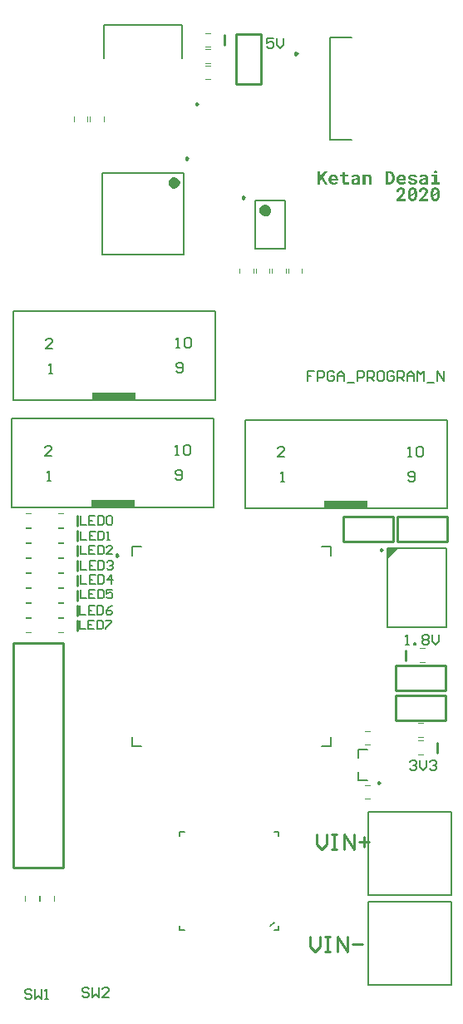
<source format=gto>
G04*
G04 #@! TF.GenerationSoftware,Altium Limited,Altium Designer,20.0.13 (296)*
G04*
G04 Layer_Color=65535*
%FSLAX25Y25*%
%MOIN*%
G70*
G01*
G75*
%ADD10C,0.00394*%
%ADD11C,0.01000*%
%ADD12C,0.00984*%
%ADD13C,0.02362*%
%ADD14C,0.00394*%
%ADD15C,0.00787*%
%ADD16C,0.00600*%
%ADD17C,0.00700*%
%ADD18R,0.17717X0.03150*%
G36*
X156626Y183811D02*
X152689Y179874D01*
Y183811D01*
X156626D01*
D02*
G37*
G36*
X171983Y335141D02*
X172048Y335132D01*
X172113Y335114D01*
X172187Y335086D01*
X172251Y335049D01*
X172316Y334994D01*
X172325Y334984D01*
X172344Y334966D01*
X172371Y334938D01*
X172399Y334892D01*
X172427Y334836D01*
X172455Y334771D01*
X172473Y334688D01*
X172483Y334605D01*
Y334596D01*
Y334568D01*
X172473Y334522D01*
X172464Y334466D01*
X172445Y334401D01*
X172408Y334337D01*
X172371Y334272D01*
X172316Y334207D01*
X172307Y334198D01*
X172288Y334189D01*
X172251Y334161D01*
X172205Y334133D01*
X172140Y334105D01*
X172066Y334087D01*
X171983Y334068D01*
X171890Y334059D01*
X171872D01*
X171807Y334068D01*
X171724Y334078D01*
X171641Y334096D01*
X171622Y334105D01*
X171576Y334124D01*
X171520Y334161D01*
X171456Y334207D01*
X171447Y334216D01*
X171409Y334254D01*
X171372Y334309D01*
X171335Y334383D01*
Y334392D01*
X171326Y334401D01*
X171317Y334448D01*
X171308Y334522D01*
X171299Y334605D01*
Y334614D01*
Y334624D01*
X171308Y334679D01*
X171317Y334753D01*
X171335Y334827D01*
Y334836D01*
X171345Y334845D01*
X171372Y334882D01*
X171409Y334938D01*
X171456Y334994D01*
X171474Y335003D01*
X171511Y335040D01*
X171567Y335068D01*
X171641Y335104D01*
X171650D01*
X171659Y335114D01*
X171715Y335132D01*
X171789Y335141D01*
X171890Y335151D01*
X171937D01*
X171983Y335141D01*
D02*
G37*
G36*
X145084Y333643D02*
X145167Y333634D01*
X145260Y333615D01*
X145454Y333560D01*
X145463D01*
X145500Y333541D01*
X145546Y333523D01*
X145602Y333495D01*
X145676Y333458D01*
X145750Y333412D01*
X145824Y333347D01*
X145889Y333282D01*
X145898Y333273D01*
X145916Y333245D01*
X145954Y333208D01*
X145991Y333143D01*
X146037Y333079D01*
X146092Y332986D01*
X146139Y332894D01*
X146176Y332783D01*
X146185Y332773D01*
X146194Y332727D01*
X146212Y332663D01*
X146231Y332579D01*
X146249Y332468D01*
X146259Y332339D01*
X146277Y332200D01*
Y332043D01*
Y329582D01*
X145250D01*
Y332024D01*
Y332033D01*
Y332061D01*
Y332107D01*
X145241Y332163D01*
X145232Y332293D01*
X145195Y332413D01*
Y332422D01*
X145186Y332440D01*
X145176Y332468D01*
X145158Y332505D01*
X145103Y332579D01*
X145038Y332653D01*
X145019Y332672D01*
X144973Y332709D01*
X144899Y332746D01*
X144797Y332783D01*
X144788D01*
X144770Y332792D01*
X144742D01*
X144705Y332801D01*
X144603Y332810D01*
X144483Y332820D01*
X144437D01*
X144390Y332810D01*
X144335D01*
X144187Y332773D01*
X144113Y332746D01*
X144039Y332709D01*
X144029D01*
X144011Y332690D01*
X143974Y332663D01*
X143928Y332635D01*
X143835Y332542D01*
X143734Y332422D01*
Y329582D01*
X142707D01*
Y333578D01*
X143641D01*
X143696Y333023D01*
X143706Y333032D01*
X143734Y333069D01*
X143780Y333125D01*
X143844Y333199D01*
X143919Y333273D01*
X144011Y333347D01*
X144113Y333421D01*
X144224Y333486D01*
X144242Y333495D01*
X144279Y333513D01*
X144344Y333541D01*
X144427Y333569D01*
X144520Y333597D01*
X144640Y333625D01*
X144760Y333643D01*
X144899Y333652D01*
X145010D01*
X145084Y333643D01*
D02*
G37*
G36*
X126797Y332579D02*
X128674Y329582D01*
X127435D01*
X126103Y331793D01*
X125539Y331164D01*
Y329582D01*
X124494D01*
Y334966D01*
X125539D01*
Y332496D01*
X126029Y333153D01*
X127333Y334966D01*
X128610D01*
X126797Y332579D01*
D02*
G37*
G36*
X162798Y333643D02*
X162899D01*
X163020Y333625D01*
X163140Y333606D01*
X163269Y333588D01*
X163399Y333551D01*
X163417D01*
X163454Y333532D01*
X163519Y333513D01*
X163593Y333486D01*
X163686Y333449D01*
X163778Y333402D01*
X163871Y333347D01*
X163963Y333282D01*
X163972Y333273D01*
X164000Y333255D01*
X164047Y333218D01*
X164093Y333171D01*
X164148Y333106D01*
X164213Y333042D01*
X164269Y332959D01*
X164315Y332875D01*
X164324Y332866D01*
X164333Y332838D01*
X164352Y332792D01*
X164380Y332727D01*
X164398Y332653D01*
X164417Y332561D01*
X164426Y332468D01*
X164435Y332366D01*
X163408D01*
Y332376D01*
Y332403D01*
X163399Y332450D01*
X163381Y332505D01*
X163362Y332561D01*
X163325Y332626D01*
X163279Y332690D01*
X163214Y332755D01*
X163205Y332764D01*
X163177Y332783D01*
X163140Y332801D01*
X163075Y332838D01*
X162992Y332866D01*
X162899Y332885D01*
X162779Y332903D01*
X162650Y332912D01*
X162594D01*
X162530Y332903D01*
X162446Y332894D01*
X162270Y332857D01*
X162178Y332829D01*
X162104Y332783D01*
X162095Y332773D01*
X162076Y332764D01*
X162048Y332727D01*
X162012Y332690D01*
X161947Y332589D01*
X161928Y332533D01*
X161919Y332459D01*
Y332440D01*
X161928Y332403D01*
X161937Y332357D01*
X161956Y332293D01*
X161965Y332283D01*
X161984Y332246D01*
X162030Y332200D01*
X162085Y332154D01*
X162095D01*
X162104Y332144D01*
X162160Y332117D01*
X162233Y332080D01*
X162345Y332043D01*
X162354D01*
X162372Y332033D01*
X162409Y332024D01*
X162455Y332015D01*
X162520Y332006D01*
X162594Y331987D01*
X162668Y331978D01*
X162761Y331960D01*
X162779D01*
X162826Y331950D01*
X162890Y331941D01*
X162983Y331923D01*
X163084Y331895D01*
X163196Y331876D01*
X163436Y331811D01*
X163454D01*
X163491Y331793D01*
X163547Y331774D01*
X163621Y331747D01*
X163704Y331710D01*
X163797Y331673D01*
X163972Y331571D01*
X163982Y331562D01*
X164009Y331543D01*
X164047Y331516D01*
X164102Y331469D01*
X164157Y331414D01*
X164213Y331358D01*
X164324Y331210D01*
X164333Y331201D01*
X164342Y331173D01*
X164361Y331127D01*
X164389Y331071D01*
X164417Y330997D01*
X164435Y330914D01*
X164444Y330822D01*
X164453Y330720D01*
Y330711D01*
Y330674D01*
X164444Y330627D01*
X164435Y330563D01*
X164426Y330480D01*
X164398Y330396D01*
X164370Y330313D01*
X164324Y330230D01*
X164315Y330221D01*
X164296Y330193D01*
X164269Y330147D01*
X164232Y330100D01*
X164176Y330035D01*
X164120Y329971D01*
X164047Y329906D01*
X163963Y329841D01*
X163954Y329832D01*
X163926Y329814D01*
X163871Y329786D01*
X163806Y329749D01*
X163723Y329712D01*
X163630Y329665D01*
X163519Y329628D01*
X163399Y329591D01*
X163381D01*
X163344Y329582D01*
X163269Y329564D01*
X163177Y329555D01*
X163066Y329536D01*
X162946Y329518D01*
X162798Y329508D01*
X162576D01*
X162493Y329518D01*
X162381Y329527D01*
X162261Y329536D01*
X162122Y329555D01*
X161984Y329582D01*
X161854Y329619D01*
X161836Y329628D01*
X161799Y329638D01*
X161734Y329665D01*
X161651Y329702D01*
X161558Y329749D01*
X161466Y329795D01*
X161364Y329860D01*
X161272Y329925D01*
X161262Y329934D01*
X161234Y329961D01*
X161188Y329998D01*
X161142Y330054D01*
X161086Y330119D01*
X161022Y330193D01*
X160966Y330276D01*
X160920Y330359D01*
X160911Y330368D01*
X160901Y330405D01*
X160883Y330452D01*
X160864Y330507D01*
X160837Y330581D01*
X160818Y330664D01*
X160809Y330757D01*
X160800Y330850D01*
X161780D01*
Y330840D01*
Y330822D01*
X161790Y330794D01*
X161799Y330748D01*
X161817Y330655D01*
X161864Y330563D01*
X161882Y330544D01*
X161919Y330498D01*
X161984Y330443D01*
X162067Y330378D01*
X162076D01*
X162085Y330368D01*
X162113Y330350D01*
X162150Y330341D01*
X162243Y330304D01*
X162354Y330267D01*
X162381D01*
X162409Y330258D01*
X162455D01*
X162557Y330248D01*
X162678Y330239D01*
X162742D01*
X162807Y330248D01*
X162890Y330258D01*
X163075Y330294D01*
X163168Y330322D01*
X163251Y330359D01*
X163260Y330368D01*
X163279Y330378D01*
X163316Y330405D01*
X163353Y330443D01*
X163390Y330489D01*
X163427Y330544D01*
X163445Y330609D01*
X163454Y330674D01*
Y330692D01*
X163445Y330729D01*
X163436Y330775D01*
X163408Y330831D01*
X163399Y330840D01*
X163381Y330877D01*
X163334Y330924D01*
X163260Y330970D01*
X163251D01*
X163242Y330979D01*
X163214Y330997D01*
X163186Y331007D01*
X163084Y331044D01*
X162964Y331081D01*
X162955D01*
X162936Y331090D01*
X162890Y331099D01*
X162844Y331118D01*
X162779Y331127D01*
X162696Y331146D01*
X162613Y331164D01*
X162511Y331183D01*
X162493D01*
X162455Y331192D01*
X162381Y331210D01*
X162298Y331229D01*
X162197Y331257D01*
X162085Y331284D01*
X161864Y331358D01*
X161854Y331367D01*
X161817Y331377D01*
X161762Y331404D01*
X161697Y331432D01*
X161614Y331469D01*
X161530Y331516D01*
X161364Y331617D01*
X161355Y331627D01*
X161327Y331645D01*
X161290Y331673D01*
X161244Y331719D01*
X161142Y331821D01*
X161040Y331960D01*
Y331969D01*
X161022Y331996D01*
X161003Y332033D01*
X160985Y332089D01*
X160966Y332163D01*
X160948Y332237D01*
X160939Y332320D01*
X160929Y332413D01*
Y332422D01*
Y332459D01*
X160939Y332505D01*
X160948Y332570D01*
X160957Y332635D01*
X160985Y332718D01*
X161012Y332801D01*
X161049Y332885D01*
X161059Y332894D01*
X161068Y332922D01*
X161096Y332968D01*
X161142Y333023D01*
X161188Y333088D01*
X161244Y333153D01*
X161318Y333218D01*
X161392Y333282D01*
X161401Y333292D01*
X161429Y333310D01*
X161475Y333347D01*
X161540Y333384D01*
X161623Y333421D01*
X161715Y333467D01*
X161817Y333513D01*
X161928Y333551D01*
X161947Y333560D01*
X161984Y333569D01*
X162048Y333588D01*
X162141Y333606D01*
X162243Y333625D01*
X162372Y333634D01*
X162502Y333652D01*
X162724D01*
X162798Y333643D01*
D02*
G37*
G36*
X172408Y330415D02*
X173491D01*
Y329582D01*
X170226D01*
Y330415D01*
X171372D01*
Y332736D01*
X170226D01*
Y333578D01*
X172408D01*
Y330415D01*
D02*
G37*
G36*
X167312Y333643D02*
X167413Y333634D01*
X167534Y333615D01*
X167765Y333560D01*
X167783D01*
X167821Y333541D01*
X167876Y333523D01*
X167950Y333495D01*
X168033Y333458D01*
X168126Y333412D01*
X168311Y333301D01*
X168320Y333292D01*
X168348Y333273D01*
X168394Y333227D01*
X168440Y333180D01*
X168505Y333116D01*
X168561Y333042D01*
X168616Y332949D01*
X168672Y332857D01*
X168681Y332847D01*
X168690Y332810D01*
X168709Y332755D01*
X168736Y332681D01*
X168764Y332598D01*
X168782Y332496D01*
X168792Y332376D01*
X168801Y332256D01*
Y330535D01*
Y330517D01*
Y330480D01*
Y330424D01*
X168810Y330350D01*
Y330258D01*
X168819Y330174D01*
X168829Y330082D01*
X168838Y329998D01*
Y329989D01*
X168847Y329961D01*
X168857Y329925D01*
X168875Y329878D01*
X168912Y329758D01*
X168958Y329638D01*
Y329582D01*
X167913D01*
X167904Y329591D01*
X167894Y329628D01*
X167867Y329684D01*
X167848Y329749D01*
Y329767D01*
X167839Y329814D01*
X167830Y329878D01*
X167811Y329952D01*
X167793Y329934D01*
X167756Y329897D01*
X167691Y329841D01*
X167608Y329777D01*
X167598D01*
X167589Y329767D01*
X167534Y329730D01*
X167460Y329684D01*
X167358Y329638D01*
X167349D01*
X167340Y329628D01*
X167312Y329619D01*
X167275Y329610D01*
X167182Y329573D01*
X167062Y329545D01*
X167053D01*
X167034Y329536D01*
X167007D01*
X166960Y329527D01*
X166849Y329518D01*
X166720Y329508D01*
X166664D01*
X166609Y329518D01*
X166535D01*
X166442Y329527D01*
X166350Y329545D01*
X166146Y329591D01*
X166137D01*
X166109Y329610D01*
X166054Y329628D01*
X165998Y329656D01*
X165859Y329739D01*
X165711Y329841D01*
X165702Y329851D01*
X165684Y329869D01*
X165647Y329906D01*
X165610Y329952D01*
X165554Y330008D01*
X165508Y330072D01*
X165416Y330221D01*
Y330230D01*
X165397Y330258D01*
X165388Y330304D01*
X165369Y330368D01*
X165351Y330433D01*
X165332Y330517D01*
X165323Y330609D01*
X165314Y330701D01*
Y330711D01*
Y330729D01*
Y330766D01*
X165323Y330803D01*
X165332Y330859D01*
X165341Y330914D01*
X165369Y331062D01*
X165425Y331220D01*
X165517Y331377D01*
X165563Y331460D01*
X165628Y331534D01*
X165702Y331608D01*
X165786Y331673D01*
X165795D01*
X165804Y331691D01*
X165832Y331710D01*
X165878Y331728D01*
X165924Y331756D01*
X165989Y331784D01*
X166054Y331811D01*
X166137Y331849D01*
X166229Y331886D01*
X166340Y331913D01*
X166452Y331941D01*
X166581Y331969D01*
X166720Y331996D01*
X166868Y332006D01*
X167034Y332024D01*
X167774D01*
Y332256D01*
Y332265D01*
Y332302D01*
X167765Y332357D01*
X167746Y332422D01*
X167728Y332496D01*
X167691Y332579D01*
X167645Y332653D01*
X167580Y332718D01*
X167571Y332727D01*
X167543Y332746D01*
X167506Y332773D01*
X167441Y332801D01*
X167367Y332829D01*
X167275Y332857D01*
X167164Y332875D01*
X167034Y332885D01*
X166979D01*
X166923Y332875D01*
X166858Y332866D01*
X166785Y332847D01*
X166710Y332829D01*
X166637Y332792D01*
X166572Y332746D01*
X166562Y332736D01*
X166553Y332718D01*
X166525Y332690D01*
X166507Y332653D01*
X166479Y332598D01*
X166452Y332542D01*
X166442Y332468D01*
X166433Y332385D01*
X165406D01*
Y332394D01*
Y332431D01*
X165416Y332477D01*
X165425Y332542D01*
X165434Y332616D01*
X165453Y332699D01*
X165480Y332792D01*
X165517Y332875D01*
X165526Y332885D01*
X165536Y332912D01*
X165563Y332959D01*
X165601Y333014D01*
X165647Y333079D01*
X165702Y333143D01*
X165767Y333208D01*
X165841Y333273D01*
X165850Y333282D01*
X165878Y333301D01*
X165924Y333338D01*
X165989Y333375D01*
X166072Y333421D01*
X166165Y333467D01*
X166267Y333513D01*
X166377Y333551D01*
X166396Y333560D01*
X166433Y333569D01*
X166498Y333588D01*
X166581Y333606D01*
X166692Y333625D01*
X166812Y333634D01*
X166942Y333652D01*
X167219D01*
X167312Y333643D01*
D02*
G37*
G36*
X153316Y334957D02*
X153446Y334947D01*
X153594Y334920D01*
X153761Y334892D01*
X153927Y334845D01*
X154094Y334781D01*
X154103D01*
X154112Y334771D01*
X154167Y334744D01*
X154251Y334707D01*
X154352Y334651D01*
X154464Y334577D01*
X154593Y334485D01*
X154713Y334383D01*
X154833Y334263D01*
X154852Y334244D01*
X154889Y334207D01*
X154945Y334133D01*
X155009Y334041D01*
X155093Y333930D01*
X155166Y333800D01*
X155250Y333652D01*
X155315Y333486D01*
Y333476D01*
X155324Y333467D01*
X155333Y333439D01*
X155342Y333402D01*
X155370Y333310D01*
X155398Y333190D01*
X155426Y333042D01*
X155453Y332875D01*
X155472Y332690D01*
X155481Y332487D01*
Y332043D01*
Y332033D01*
Y332015D01*
Y331987D01*
Y331950D01*
X155472Y331849D01*
X155463Y331710D01*
X155444Y331562D01*
X155407Y331395D01*
X155370Y331220D01*
X155315Y331044D01*
Y331034D01*
X155305Y331025D01*
X155287Y330970D01*
X155250Y330887D01*
X155194Y330775D01*
X155130Y330655D01*
X155046Y330526D01*
X154954Y330396D01*
X154843Y330267D01*
X154833Y330248D01*
X154787Y330211D01*
X154722Y330156D01*
X154639Y330082D01*
X154528Y329998D01*
X154408Y329915D01*
X154269Y329832D01*
X154112Y329758D01*
X154094Y329749D01*
X154038Y329730D01*
X153955Y329702D01*
X153834Y329675D01*
X153696Y329638D01*
X153539Y329610D01*
X153363Y329591D01*
X153178Y329582D01*
X151725D01*
Y334966D01*
X153215D01*
X153316Y334957D01*
D02*
G37*
G36*
X140061Y333643D02*
X140163Y333634D01*
X140283Y333615D01*
X140515Y333560D01*
X140533D01*
X140570Y333541D01*
X140626Y333523D01*
X140700Y333495D01*
X140783Y333458D01*
X140875Y333412D01*
X141060Y333301D01*
X141069Y333292D01*
X141097Y333273D01*
X141144Y333227D01*
X141190Y333180D01*
X141254Y333116D01*
X141310Y333042D01*
X141366Y332949D01*
X141421Y332857D01*
X141430Y332847D01*
X141439Y332810D01*
X141458Y332755D01*
X141486Y332681D01*
X141514Y332598D01*
X141532Y332496D01*
X141541Y332376D01*
X141551Y332256D01*
Y330535D01*
Y330517D01*
Y330480D01*
Y330424D01*
X141560Y330350D01*
Y330258D01*
X141569Y330174D01*
X141578Y330082D01*
X141587Y329998D01*
Y329989D01*
X141597Y329961D01*
X141606Y329925D01*
X141624Y329878D01*
X141662Y329758D01*
X141708Y329638D01*
Y329582D01*
X140663D01*
X140653Y329591D01*
X140644Y329628D01*
X140616Y329684D01*
X140598Y329749D01*
Y329767D01*
X140588Y329814D01*
X140579Y329878D01*
X140561Y329952D01*
X140542Y329934D01*
X140505Y329897D01*
X140440Y329841D01*
X140357Y329777D01*
X140348D01*
X140339Y329767D01*
X140283Y329730D01*
X140209Y329684D01*
X140108Y329638D01*
X140098D01*
X140089Y329628D01*
X140061Y329619D01*
X140024Y329610D01*
X139932Y329573D01*
X139812Y329545D01*
X139802D01*
X139784Y329536D01*
X139756D01*
X139710Y329527D01*
X139599Y329518D01*
X139469Y329508D01*
X139414D01*
X139358Y329518D01*
X139284D01*
X139192Y329527D01*
X139099Y329545D01*
X138896Y329591D01*
X138886D01*
X138859Y329610D01*
X138803Y329628D01*
X138748Y329656D01*
X138609Y329739D01*
X138461Y329841D01*
X138452Y329851D01*
X138433Y329869D01*
X138396Y329906D01*
X138359Y329952D01*
X138304Y330008D01*
X138258Y330072D01*
X138165Y330220D01*
Y330230D01*
X138146Y330258D01*
X138137Y330304D01*
X138119Y330368D01*
X138100Y330433D01*
X138082Y330516D01*
X138073Y330609D01*
X138063Y330701D01*
Y330711D01*
Y330729D01*
Y330766D01*
X138073Y330803D01*
X138082Y330859D01*
X138091Y330914D01*
X138119Y331062D01*
X138174Y331220D01*
X138267Y331377D01*
X138313Y331460D01*
X138378Y331534D01*
X138452Y331608D01*
X138535Y331673D01*
X138544D01*
X138554Y331691D01*
X138581Y331710D01*
X138628Y331728D01*
X138674Y331756D01*
X138739Y331784D01*
X138803Y331811D01*
X138886Y331849D01*
X138979Y331885D01*
X139090Y331913D01*
X139201Y331941D01*
X139330Y331969D01*
X139469Y331996D01*
X139617Y332006D01*
X139784Y332024D01*
X140524Y332024D01*
Y332256D01*
Y332265D01*
Y332302D01*
X140515Y332357D01*
X140496Y332422D01*
X140478Y332496D01*
X140440Y332579D01*
X140394Y332653D01*
X140330Y332718D01*
X140320Y332727D01*
X140293Y332746D01*
X140255Y332773D01*
X140191Y332801D01*
X140117Y332829D01*
X140024Y332857D01*
X139913Y332875D01*
X139784Y332885D01*
X139728D01*
X139673Y332875D01*
X139608Y332866D01*
X139534Y332847D01*
X139460Y332829D01*
X139386Y332792D01*
X139321Y332746D01*
X139312Y332736D01*
X139303Y332718D01*
X139275Y332690D01*
X139257Y332653D01*
X139229Y332598D01*
X139201Y332542D01*
X139192Y332468D01*
X139182Y332385D01*
X138156D01*
Y332394D01*
Y332431D01*
X138165Y332477D01*
X138174Y332542D01*
X138183Y332616D01*
X138202Y332699D01*
X138230Y332792D01*
X138267Y332875D01*
X138276Y332885D01*
X138285Y332912D01*
X138313Y332958D01*
X138350Y333014D01*
X138396Y333079D01*
X138452Y333143D01*
X138516Y333208D01*
X138591Y333273D01*
X138600Y333282D01*
X138628Y333301D01*
X138674Y333338D01*
X138739Y333375D01*
X138822Y333421D01*
X138914Y333467D01*
X139016Y333513D01*
X139127Y333551D01*
X139146Y333560D01*
X139182Y333569D01*
X139247Y333587D01*
X139330Y333606D01*
X139442Y333624D01*
X139562Y333634D01*
X139691Y333652D01*
X139969D01*
X140061Y333643D01*
D02*
G37*
G36*
X158311D02*
X158413Y333634D01*
X158534Y333615D01*
X158663Y333588D01*
X158792Y333551D01*
X158922Y333504D01*
X158940Y333495D01*
X158977Y333476D01*
X159042Y333449D01*
X159125Y333402D01*
X159209Y333347D01*
X159310Y333282D01*
X159403Y333199D01*
X159495Y333106D01*
X159505Y333097D01*
X159532Y333060D01*
X159579Y333005D01*
X159634Y332931D01*
X159690Y332838D01*
X159745Y332736D01*
X159810Y332616D01*
X159856Y332487D01*
X159865Y332468D01*
X159875Y332422D01*
X159893Y332348D01*
X159921Y332256D01*
X159949Y332135D01*
X159967Y331996D01*
X159976Y331849D01*
X159986Y331682D01*
Y331247D01*
X157266D01*
Y331238D01*
X157275Y331210D01*
X157285Y331173D01*
X157294Y331127D01*
X157331Y330997D01*
X157387Y330868D01*
Y330859D01*
X157405Y330840D01*
X157423Y330813D01*
X157451Y330766D01*
X157525Y330674D01*
X157618Y330581D01*
X157627Y330572D01*
X157645Y330563D01*
X157673Y330544D01*
X157710Y330517D01*
X157812Y330452D01*
X157932Y330396D01*
X157941D01*
X157969Y330387D01*
X158006Y330378D01*
X158053Y330368D01*
X158117Y330350D01*
X158182Y330341D01*
X158339Y330331D01*
X158432D01*
X158524Y330341D01*
X158635Y330359D01*
X158644D01*
X158663Y330368D01*
X158691D01*
X158728Y330378D01*
X158820Y330405D01*
X158922Y330443D01*
X158931D01*
X158950Y330452D01*
X158968Y330461D01*
X159005Y330480D01*
X159089Y330526D01*
X159181Y330581D01*
X159190D01*
X159200Y330600D01*
X159255Y330646D01*
X159320Y330711D01*
X159385Y330785D01*
X159903Y330230D01*
Y330221D01*
X159884Y330202D01*
X159865Y330184D01*
X159828Y330147D01*
X159755Y330054D01*
X159643Y329961D01*
X159634Y329952D01*
X159616Y329943D01*
X159588Y329915D01*
X159542Y329888D01*
X159486Y329851D01*
X159431Y329814D01*
X159283Y329730D01*
X159274D01*
X159246Y329712D01*
X159209Y329693D01*
X159153Y329675D01*
X159079Y329647D01*
X159005Y329619D01*
X158820Y329573D01*
X158811D01*
X158774Y329564D01*
X158728Y329555D01*
X158663Y329545D01*
X158580Y329527D01*
X158487Y329518D01*
X158274Y329508D01*
X158201D01*
X158108Y329518D01*
X157997Y329527D01*
X157868Y329545D01*
X157729Y329573D01*
X157581Y329610D01*
X157433Y329656D01*
X157414Y329665D01*
X157368Y329684D01*
X157303Y329721D01*
X157211Y329767D01*
X157109Y329823D01*
X156998Y329888D01*
X156887Y329971D01*
X156785Y330063D01*
X156776Y330072D01*
X156739Y330110D01*
X156693Y330165D01*
X156637Y330239D01*
X156563Y330331D01*
X156499Y330443D01*
X156434Y330554D01*
X156369Y330683D01*
X156360Y330701D01*
X156351Y330748D01*
X156323Y330813D01*
X156295Y330914D01*
X156267Y331025D01*
X156249Y331155D01*
X156230Y331294D01*
X156221Y331441D01*
Y331590D01*
Y331599D01*
Y331608D01*
Y331663D01*
X156230Y331756D01*
X156239Y331867D01*
X156258Y331996D01*
X156277Y332135D01*
X156314Y332274D01*
X156360Y332422D01*
X156369Y332440D01*
X156387Y332487D01*
X156424Y332561D01*
X156471Y332644D01*
X156526Y332746D01*
X156591Y332857D01*
X156674Y332968D01*
X156767Y333069D01*
X156776Y333079D01*
X156813Y333116D01*
X156869Y333162D01*
X156942Y333227D01*
X157026Y333292D01*
X157137Y333366D01*
X157248Y333430D01*
X157377Y333495D01*
X157396Y333504D01*
X157442Y333523D01*
X157516Y333541D01*
X157608Y333578D01*
X157729Y333606D01*
X157858Y333625D01*
X158006Y333643D01*
X158154Y333652D01*
X158228D01*
X158311Y333643D01*
D02*
G37*
G36*
X135510Y333578D02*
X136999D01*
Y332820D01*
X135510D01*
Y331099D01*
Y331090D01*
Y331062D01*
Y331025D01*
X135520Y330979D01*
X135529Y330859D01*
X135556Y330738D01*
Y330729D01*
X135566Y330711D01*
X135593Y330655D01*
X135640Y330572D01*
X135705Y330498D01*
X135723Y330489D01*
X135769Y330452D01*
X135834Y330415D01*
X135926Y330378D01*
X135936D01*
X135954Y330368D01*
X135973D01*
X136010Y330359D01*
X136102Y330350D01*
X136223Y330341D01*
X136371D01*
X136454Y330350D01*
X136472D01*
X136537Y330359D01*
X136611Y330368D01*
X136694Y330378D01*
X136713D01*
X136768Y330387D01*
X136833Y330405D01*
X136907Y330415D01*
X136925D01*
X136962Y330424D01*
X137018Y330443D01*
X137074Y330452D01*
X137175Y329749D01*
X137157Y329739D01*
X137110Y329712D01*
X137027Y329675D01*
X136925Y329638D01*
X136916D01*
X136898Y329628D01*
X136870Y329619D01*
X136833Y329610D01*
X136731Y329591D01*
X136611Y329573D01*
X136583D01*
X136556Y329564D01*
X136509Y329554D01*
X136407Y329545D01*
X136278Y329527D01*
X136250D01*
X136213Y329518D01*
X136167D01*
X136056Y329508D01*
X135880D01*
X135816Y329518D01*
X135732D01*
X135640Y329527D01*
X135538Y329545D01*
X135335Y329591D01*
X135325D01*
X135288Y329610D01*
X135242Y329628D01*
X135177Y329656D01*
X135029Y329739D01*
X134872Y329851D01*
X134863Y329860D01*
X134844Y329887D01*
X134807Y329924D01*
X134770Y329980D01*
X134724Y330045D01*
X134678Y330128D01*
X134632Y330220D01*
X134585Y330322D01*
Y330331D01*
X134567Y330378D01*
X134557Y330433D01*
X134539Y330516D01*
X134520Y330609D01*
X134502Y330729D01*
X134493Y330859D01*
X134484Y330997D01*
Y332820D01*
X133568D01*
Y333578D01*
X134484D01*
Y334559D01*
X135510D01*
Y333578D01*
D02*
G37*
G36*
X131061Y333643D02*
X131163Y333634D01*
X131283Y333615D01*
X131412Y333587D01*
X131542Y333551D01*
X131672Y333504D01*
X131690Y333495D01*
X131727Y333476D01*
X131792Y333449D01*
X131875Y333402D01*
X131958Y333347D01*
X132060Y333282D01*
X132152Y333199D01*
X132245Y333106D01*
X132254Y333097D01*
X132282Y333060D01*
X132328Y333005D01*
X132384Y332931D01*
X132439Y332838D01*
X132495Y332736D01*
X132560Y332616D01*
X132606Y332487D01*
X132615Y332468D01*
X132624Y332422D01*
X132643Y332348D01*
X132670Y332256D01*
X132698Y332135D01*
X132717Y331996D01*
X132726Y331849D01*
X132735Y331682D01*
Y331247D01*
X130016D01*
Y331238D01*
X130025Y331210D01*
X130034Y331173D01*
X130043Y331127D01*
X130080Y330997D01*
X130136Y330868D01*
Y330859D01*
X130155Y330840D01*
X130173Y330812D01*
X130201Y330766D01*
X130275Y330674D01*
X130367Y330581D01*
X130377Y330572D01*
X130395Y330563D01*
X130423Y330544D01*
X130460Y330516D01*
X130561Y330452D01*
X130682Y330396D01*
X130691D01*
X130719Y330387D01*
X130756Y330378D01*
X130802Y330368D01*
X130867Y330350D01*
X130931Y330341D01*
X131089Y330331D01*
X131181D01*
X131274Y330341D01*
X131385Y330359D01*
X131394D01*
X131412Y330368D01*
X131440D01*
X131477Y330378D01*
X131570Y330405D01*
X131672Y330443D01*
X131681D01*
X131699Y330452D01*
X131718Y330461D01*
X131755Y330479D01*
X131838Y330526D01*
X131930Y330581D01*
X131940D01*
X131949Y330600D01*
X132004Y330646D01*
X132069Y330711D01*
X132134Y330785D01*
X132652Y330230D01*
Y330220D01*
X132633Y330202D01*
X132615Y330183D01*
X132578Y330147D01*
X132504Y330054D01*
X132393Y329961D01*
X132384Y329952D01*
X132365Y329943D01*
X132337Y329915D01*
X132291Y329887D01*
X132236Y329851D01*
X132180Y329814D01*
X132032Y329730D01*
X132023D01*
X131995Y329712D01*
X131958Y329693D01*
X131903Y329675D01*
X131829Y329647D01*
X131755Y329619D01*
X131570Y329573D01*
X131561D01*
X131524Y329564D01*
X131477Y329554D01*
X131412Y329545D01*
X131329Y329527D01*
X131237Y329518D01*
X131024Y329508D01*
X130950D01*
X130858Y329518D01*
X130746Y329527D01*
X130617Y329545D01*
X130478Y329573D01*
X130330Y329610D01*
X130182Y329656D01*
X130164Y329665D01*
X130117Y329684D01*
X130053Y329721D01*
X129960Y329767D01*
X129859Y329823D01*
X129747Y329887D01*
X129637Y329971D01*
X129535Y330063D01*
X129525Y330072D01*
X129489Y330110D01*
X129442Y330165D01*
X129387Y330239D01*
X129313Y330331D01*
X129248Y330443D01*
X129183Y330554D01*
X129119Y330683D01*
X129109Y330701D01*
X129100Y330748D01*
X129072Y330812D01*
X129044Y330914D01*
X129017Y331025D01*
X128998Y331155D01*
X128980Y331293D01*
X128971Y331441D01*
Y331589D01*
Y331599D01*
Y331608D01*
Y331663D01*
X128980Y331756D01*
X128989Y331867D01*
X129007Y331996D01*
X129026Y332135D01*
X129063Y332274D01*
X129109Y332422D01*
X129119Y332440D01*
X129137Y332487D01*
X129174Y332561D01*
X129220Y332644D01*
X129276Y332746D01*
X129341Y332857D01*
X129424Y332968D01*
X129516Y333069D01*
X129525Y333079D01*
X129562Y333116D01*
X129618Y333162D01*
X129692Y333227D01*
X129775Y333291D01*
X129886Y333366D01*
X129997Y333430D01*
X130127Y333495D01*
X130145Y333504D01*
X130192Y333523D01*
X130265Y333541D01*
X130358Y333578D01*
X130478Y333606D01*
X130608Y333624D01*
X130756Y333643D01*
X130904Y333652D01*
X130978D01*
X131061Y333643D01*
D02*
G37*
G36*
X167247Y328422D02*
X167340Y328413D01*
X167450Y328404D01*
X167580Y328385D01*
X167700Y328348D01*
X167821Y328311D01*
X167839Y328302D01*
X167876Y328293D01*
X167931Y328265D01*
X168006Y328228D01*
X168098Y328182D01*
X168181Y328126D01*
X168274Y328062D01*
X168357Y327988D01*
X168366Y327978D01*
X168394Y327951D01*
X168431Y327904D01*
X168477Y327849D01*
X168533Y327775D01*
X168588Y327692D01*
X168634Y327599D01*
X168681Y327488D01*
X168690Y327479D01*
X168699Y327442D01*
X168718Y327377D01*
X168736Y327303D01*
X168755Y327210D01*
X168773Y327099D01*
X168792Y326979D01*
Y326850D01*
Y326840D01*
Y326803D01*
Y326757D01*
X168782Y326693D01*
X168773Y326609D01*
X168755Y326526D01*
X168709Y326341D01*
Y326332D01*
X168690Y326304D01*
X168672Y326249D01*
X168644Y326193D01*
X168616Y326119D01*
X168570Y326036D01*
X168468Y325860D01*
X168459Y325851D01*
X168440Y325823D01*
X168403Y325777D01*
X168366Y325712D01*
X168311Y325638D01*
X168246Y325564D01*
X168098Y325379D01*
X168089Y325370D01*
X168061Y325342D01*
X168015Y325287D01*
X167959Y325222D01*
X167885Y325148D01*
X167811Y325064D01*
X167626Y324870D01*
X166609Y323797D01*
X168977D01*
Y322974D01*
X165295D01*
Y323668D01*
X167043Y325546D01*
X167053Y325555D01*
X167080Y325583D01*
X167118Y325629D01*
X167164Y325675D01*
X167275Y325804D01*
X167386Y325943D01*
X167395Y325953D01*
X167413Y325971D01*
X167432Y326008D01*
X167469Y326054D01*
X167534Y326165D01*
X167608Y326276D01*
Y326286D01*
X167626Y326304D01*
X167636Y326332D01*
X167663Y326369D01*
X167700Y326452D01*
X167737Y326554D01*
Y326563D01*
X167746Y326572D01*
X167756Y326637D01*
X167765Y326720D01*
X167774Y326813D01*
Y326822D01*
Y326840D01*
Y326877D01*
X167765Y326915D01*
X167756Y327016D01*
X167719Y327127D01*
Y327136D01*
X167710Y327155D01*
X167682Y327210D01*
X167645Y327294D01*
X167580Y327368D01*
Y327377D01*
X167561Y327386D01*
X167515Y327423D01*
X167441Y327469D01*
X167349Y327516D01*
X167340D01*
X167330Y327525D01*
X167303Y327534D01*
X167265Y327543D01*
X167173Y327562D01*
X167062Y327571D01*
X166988D01*
X166914Y327562D01*
X166822Y327543D01*
X166720Y327516D01*
X166618Y327469D01*
X166516Y327414D01*
X166424Y327331D01*
X166414Y327322D01*
X166396Y327285D01*
X166359Y327238D01*
X166322Y327164D01*
X166285Y327072D01*
X166248Y326961D01*
X166229Y326822D01*
X166220Y326674D01*
X165193D01*
Y326693D01*
Y326739D01*
X165203Y326803D01*
X165212Y326896D01*
X165221Y326998D01*
X165249Y327109D01*
X165277Y327229D01*
X165323Y327349D01*
X165332Y327368D01*
X165351Y327405D01*
X165378Y327460D01*
X165425Y327543D01*
X165480Y327627D01*
X165545Y327729D01*
X165619Y327821D01*
X165711Y327913D01*
X165721Y327923D01*
X165758Y327951D01*
X165813Y327997D01*
X165878Y328052D01*
X165971Y328108D01*
X166072Y328172D01*
X166183Y328237D01*
X166313Y328293D01*
X166331Y328302D01*
X166377Y328311D01*
X166452Y328339D01*
X166544Y328367D01*
X166655Y328385D01*
X166794Y328413D01*
X166942Y328422D01*
X167099Y328432D01*
X167164D01*
X167247Y328422D01*
D02*
G37*
G36*
X158163D02*
X158256Y328413D01*
X158367Y328404D01*
X158496Y328385D01*
X158617Y328348D01*
X158737Y328311D01*
X158756Y328302D01*
X158792Y328293D01*
X158848Y328265D01*
X158922Y328228D01*
X159014Y328182D01*
X159098Y328126D01*
X159190Y328062D01*
X159274Y327988D01*
X159283Y327978D01*
X159310Y327951D01*
X159347Y327904D01*
X159394Y327849D01*
X159449Y327775D01*
X159505Y327692D01*
X159551Y327599D01*
X159597Y327488D01*
X159607Y327479D01*
X159616Y327442D01*
X159634Y327377D01*
X159653Y327303D01*
X159671Y327210D01*
X159690Y327099D01*
X159708Y326979D01*
Y326850D01*
Y326840D01*
Y326803D01*
Y326757D01*
X159699Y326693D01*
X159690Y326609D01*
X159671Y326526D01*
X159625Y326341D01*
Y326332D01*
X159607Y326304D01*
X159588Y326249D01*
X159560Y326193D01*
X159532Y326119D01*
X159486Y326036D01*
X159385Y325860D01*
X159375Y325851D01*
X159357Y325823D01*
X159320Y325777D01*
X159283Y325712D01*
X159227Y325638D01*
X159162Y325564D01*
X159014Y325379D01*
X159005Y325370D01*
X158977Y325342D01*
X158931Y325287D01*
X158876Y325222D01*
X158802Y325148D01*
X158728Y325064D01*
X158543Y324870D01*
X157525Y323797D01*
X159893D01*
Y322974D01*
X156212D01*
Y323668D01*
X157960Y325546D01*
X157969Y325555D01*
X157997Y325583D01*
X158034Y325629D01*
X158080Y325675D01*
X158191Y325804D01*
X158302Y325943D01*
X158311Y325953D01*
X158330Y325971D01*
X158349Y326008D01*
X158386Y326054D01*
X158450Y326165D01*
X158524Y326276D01*
Y326286D01*
X158543Y326304D01*
X158552Y326332D01*
X158580Y326369D01*
X158617Y326452D01*
X158654Y326554D01*
Y326563D01*
X158663Y326572D01*
X158672Y326637D01*
X158681Y326720D01*
X158691Y326813D01*
Y326822D01*
Y326840D01*
Y326877D01*
X158681Y326915D01*
X158672Y327016D01*
X158635Y327127D01*
Y327136D01*
X158626Y327155D01*
X158598Y327210D01*
X158561Y327294D01*
X158496Y327368D01*
Y327377D01*
X158478Y327386D01*
X158432Y327423D01*
X158358Y327469D01*
X158265Y327516D01*
X158256D01*
X158247Y327525D01*
X158219Y327534D01*
X158182Y327543D01*
X158089Y327562D01*
X157978Y327571D01*
X157905D01*
X157831Y327562D01*
X157738Y327543D01*
X157636Y327516D01*
X157535Y327469D01*
X157433Y327414D01*
X157340Y327331D01*
X157331Y327322D01*
X157313Y327285D01*
X157275Y327238D01*
X157238Y327164D01*
X157202Y327072D01*
X157165Y326961D01*
X157146Y326822D01*
X157137Y326674D01*
X156110D01*
Y326693D01*
Y326739D01*
X156119Y326803D01*
X156129Y326896D01*
X156138Y326998D01*
X156166Y327109D01*
X156193Y327229D01*
X156239Y327349D01*
X156249Y327368D01*
X156267Y327405D01*
X156295Y327460D01*
X156341Y327543D01*
X156397Y327627D01*
X156462Y327729D01*
X156535Y327821D01*
X156628Y327913D01*
X156637Y327923D01*
X156674Y327951D01*
X156730Y327997D01*
X156795Y328052D01*
X156887Y328108D01*
X156989Y328172D01*
X157100Y328237D01*
X157229Y328293D01*
X157248Y328302D01*
X157294Y328311D01*
X157368Y328339D01*
X157460Y328367D01*
X157571Y328385D01*
X157710Y328413D01*
X157858Y328422D01*
X158016Y328432D01*
X158080D01*
X158163Y328422D01*
D02*
G37*
G36*
X171890D02*
X171983Y328413D01*
X172103Y328395D01*
X172223Y328376D01*
X172353Y328339D01*
X172473Y328293D01*
X172492Y328284D01*
X172529Y328265D01*
X172584Y328237D01*
X172668Y328191D01*
X172751Y328135D01*
X172843Y328071D01*
X172936Y327988D01*
X173028Y327895D01*
X173038Y327886D01*
X173065Y327849D01*
X173111Y327793D01*
X173158Y327710D01*
X173213Y327618D01*
X173278Y327497D01*
X173334Y327368D01*
X173380Y327229D01*
X173389Y327210D01*
X173398Y327155D01*
X173417Y327072D01*
X173444Y326961D01*
X173463Y326831D01*
X173482Y326674D01*
X173491Y326498D01*
X173500Y326304D01*
Y325018D01*
Y325009D01*
Y325000D01*
Y324972D01*
Y324935D01*
X173491Y324833D01*
X173482Y324713D01*
X173472Y324565D01*
X173454Y324417D01*
X173417Y324260D01*
X173380Y324102D01*
X173371Y324084D01*
X173361Y324038D01*
X173334Y323964D01*
X173287Y323871D01*
X173241Y323769D01*
X173186Y323658D01*
X173111Y323538D01*
X173028Y323436D01*
X173019Y323427D01*
X172991Y323390D01*
X172945Y323344D01*
X172880Y323288D01*
X172797Y323224D01*
X172705Y323150D01*
X172603Y323085D01*
X172483Y323029D01*
X172464Y323020D01*
X172427Y323011D01*
X172362Y322992D01*
X172270Y322965D01*
X172159Y322937D01*
X172038Y322919D01*
X171900Y322909D01*
X171752Y322900D01*
X171687D01*
X171604Y322909D01*
X171511Y322919D01*
X171391Y322928D01*
X171271Y322955D01*
X171141Y322983D01*
X171021Y323029D01*
X171002Y323039D01*
X170966Y323057D01*
X170910Y323085D01*
X170827Y323131D01*
X170744Y323187D01*
X170651Y323261D01*
X170559Y323344D01*
X170466Y323436D01*
X170457Y323446D01*
X170429Y323483D01*
X170392Y323538D01*
X170336Y323622D01*
X170281Y323714D01*
X170226Y323834D01*
X170170Y323964D01*
X170115Y324102D01*
Y324112D01*
X170105Y324121D01*
X170096Y324177D01*
X170078Y324260D01*
X170059Y324371D01*
X170031Y324500D01*
X170013Y324658D01*
X170003Y324833D01*
X169994Y325018D01*
Y326304D01*
Y326313D01*
Y326332D01*
Y326360D01*
Y326396D01*
X170003Y326489D01*
X170013Y326619D01*
X170022Y326757D01*
X170050Y326915D01*
X170078Y327072D01*
X170115Y327229D01*
Y327238D01*
X170124Y327248D01*
X170133Y327294D01*
X170161Y327368D01*
X170207Y327460D01*
X170253Y327571D01*
X170309Y327682D01*
X170383Y327793D01*
X170457Y327895D01*
X170466Y327904D01*
X170494Y327941D01*
X170549Y327988D01*
X170614Y328043D01*
X170697Y328108D01*
X170790Y328172D01*
X170891Y328237D01*
X171012Y328293D01*
X171030Y328302D01*
X171067Y328311D01*
X171132Y328339D01*
X171224Y328367D01*
X171335Y328385D01*
X171456Y328413D01*
X171595Y328422D01*
X171742Y328432D01*
X171807D01*
X171890Y328422D01*
D02*
G37*
G36*
X162807D02*
X162899Y328413D01*
X163020Y328395D01*
X163140Y328376D01*
X163269Y328339D01*
X163390Y328293D01*
X163408Y328284D01*
X163445Y328265D01*
X163501Y328237D01*
X163584Y328191D01*
X163667Y328135D01*
X163760Y328071D01*
X163852Y327988D01*
X163945Y327895D01*
X163954Y327886D01*
X163982Y327849D01*
X164028Y327793D01*
X164074Y327710D01*
X164130Y327618D01*
X164195Y327497D01*
X164250Y327368D01*
X164296Y327229D01*
X164305Y327210D01*
X164315Y327155D01*
X164333Y327072D01*
X164361Y326961D01*
X164380Y326831D01*
X164398Y326674D01*
X164407Y326498D01*
X164417Y326304D01*
Y325018D01*
Y325009D01*
Y325000D01*
Y324972D01*
Y324935D01*
X164407Y324833D01*
X164398Y324713D01*
X164389Y324565D01*
X164370Y324417D01*
X164333Y324260D01*
X164296Y324102D01*
X164287Y324084D01*
X164278Y324038D01*
X164250Y323964D01*
X164204Y323871D01*
X164157Y323769D01*
X164102Y323658D01*
X164028Y323538D01*
X163945Y323436D01*
X163935Y323427D01*
X163908Y323390D01*
X163862Y323344D01*
X163797Y323288D01*
X163714Y323224D01*
X163621Y323150D01*
X163519Y323085D01*
X163399Y323029D01*
X163381Y323020D01*
X163344Y323011D01*
X163279Y322992D01*
X163186Y322965D01*
X163075Y322937D01*
X162955Y322919D01*
X162816Y322909D01*
X162668Y322900D01*
X162603D01*
X162520Y322909D01*
X162428Y322919D01*
X162308Y322928D01*
X162187Y322955D01*
X162058Y322983D01*
X161937Y323029D01*
X161919Y323039D01*
X161882Y323057D01*
X161827Y323085D01*
X161743Y323131D01*
X161660Y323187D01*
X161567Y323261D01*
X161475Y323344D01*
X161382Y323436D01*
X161373Y323446D01*
X161346Y323483D01*
X161309Y323538D01*
X161253Y323622D01*
X161197Y323714D01*
X161142Y323834D01*
X161086Y323964D01*
X161031Y324102D01*
Y324112D01*
X161022Y324121D01*
X161012Y324177D01*
X160994Y324260D01*
X160976Y324371D01*
X160948Y324500D01*
X160929Y324658D01*
X160920Y324833D01*
X160911Y325018D01*
Y326304D01*
Y326313D01*
Y326332D01*
Y326360D01*
Y326396D01*
X160920Y326489D01*
X160929Y326619D01*
X160939Y326757D01*
X160966Y326915D01*
X160994Y327072D01*
X161031Y327229D01*
Y327238D01*
X161040Y327248D01*
X161049Y327294D01*
X161077Y327368D01*
X161124Y327460D01*
X161170Y327571D01*
X161225Y327682D01*
X161299Y327793D01*
X161373Y327895D01*
X161382Y327904D01*
X161410Y327941D01*
X161466Y327988D01*
X161530Y328043D01*
X161614Y328108D01*
X161706Y328172D01*
X161808Y328237D01*
X161928Y328293D01*
X161947Y328302D01*
X161984Y328311D01*
X162048Y328339D01*
X162141Y328367D01*
X162252Y328385D01*
X162372Y328413D01*
X162511Y328422D01*
X162659Y328432D01*
X162724D01*
X162807Y328422D01*
D02*
G37*
%LPC*%
G36*
X167774Y331404D02*
X167164D01*
X167108Y331395D01*
X166970Y331386D01*
X166831Y331358D01*
X166822D01*
X166803Y331349D01*
X166775Y331340D01*
X166738Y331321D01*
X166646Y331284D01*
X166553Y331229D01*
X166535Y331210D01*
X166498Y331173D01*
X166442Y331108D01*
X166396Y331025D01*
Y331016D01*
X166387Y331007D01*
X166377Y330951D01*
X166359Y330877D01*
X166350Y330775D01*
Y330766D01*
Y330738D01*
X166359Y330701D01*
X166368Y330655D01*
X166387Y330600D01*
X166405Y330544D01*
X166442Y330489D01*
X166489Y330433D01*
X166498Y330424D01*
X166516Y330415D01*
X166553Y330387D01*
X166600Y330368D01*
X166664Y330341D01*
X166738Y330313D01*
X166831Y330304D01*
X166932Y330294D01*
X166988D01*
X167025Y330304D01*
X167118Y330313D01*
X167219Y330331D01*
X167228D01*
X167247Y330341D01*
X167303Y330359D01*
X167376Y330387D01*
X167460Y330424D01*
X167469D01*
X167478Y330433D01*
X167525Y330470D01*
X167589Y330507D01*
X167645Y330563D01*
X167663Y330581D01*
X167691Y330618D01*
X167737Y330664D01*
X167774Y330720D01*
Y331404D01*
D02*
G37*
G36*
X153122Y334124D02*
X152780D01*
Y330415D01*
X153224D01*
X153279Y330424D01*
X153354Y330433D01*
X153428Y330443D01*
X153520Y330461D01*
X153603Y330489D01*
X153696Y330526D01*
X153705Y330535D01*
X153733Y330544D01*
X153779Y330572D01*
X153834Y330609D01*
X153890Y330655D01*
X153955Y330701D01*
X154084Y330840D01*
X154094Y330850D01*
X154112Y330877D01*
X154140Y330924D01*
X154177Y330988D01*
X154223Y331062D01*
X154260Y331146D01*
X154297Y331247D01*
X154334Y331358D01*
Y331377D01*
X154352Y331414D01*
X154362Y331479D01*
X154380Y331562D01*
X154399Y331663D01*
X154408Y331774D01*
X154427Y331904D01*
Y332043D01*
Y332496D01*
Y332515D01*
Y332561D01*
Y332626D01*
X154417Y332718D01*
X154408Y332820D01*
X154390Y332922D01*
X154343Y333153D01*
Y333162D01*
X154325Y333208D01*
X154306Y333264D01*
X154279Y333329D01*
X154242Y333412D01*
X154204Y333504D01*
X154094Y333671D01*
X154084Y333680D01*
X154066Y333708D01*
X154029Y333745D01*
X153982Y333791D01*
X153918Y333846D01*
X153853Y333902D01*
X153686Y334004D01*
X153677Y334013D01*
X153640Y334022D01*
X153594Y334041D01*
X153529Y334068D01*
X153446Y334087D01*
X153344Y334105D01*
X153243Y334115D01*
X153122Y334124D01*
D02*
G37*
G36*
X140524Y331404D02*
X139913Y331404D01*
X139858Y331395D01*
X139719Y331386D01*
X139580Y331358D01*
X139571D01*
X139552Y331349D01*
X139525Y331340D01*
X139488Y331321D01*
X139395Y331284D01*
X139303Y331229D01*
X139284Y331210D01*
X139247Y331173D01*
X139192Y331108D01*
X139146Y331025D01*
Y331016D01*
X139136Y331007D01*
X139127Y330951D01*
X139109Y330877D01*
X139099Y330775D01*
Y330766D01*
Y330738D01*
X139109Y330701D01*
X139118Y330655D01*
X139136Y330600D01*
X139155Y330544D01*
X139192Y330489D01*
X139238Y330433D01*
X139247Y330424D01*
X139266Y330415D01*
X139303Y330387D01*
X139349Y330368D01*
X139414Y330341D01*
X139488Y330313D01*
X139580Y330304D01*
X139682Y330294D01*
X139737D01*
X139775Y330304D01*
X139867Y330313D01*
X139969Y330331D01*
X139978D01*
X139997Y330341D01*
X140052Y330359D01*
X140126Y330387D01*
X140209Y330424D01*
X140218D01*
X140228Y330433D01*
X140274Y330470D01*
X140339Y330507D01*
X140394Y330563D01*
X140413Y330581D01*
X140440Y330618D01*
X140487Y330664D01*
X140524Y330720D01*
Y331404D01*
D02*
G37*
G36*
X158154Y332820D02*
X158089D01*
X158053Y332810D01*
X157941Y332792D01*
X157831Y332755D01*
X157821D01*
X157812Y332746D01*
X157747Y332709D01*
X157664Y332653D01*
X157581Y332579D01*
Y332570D01*
X157562Y332561D01*
X157516Y332505D01*
X157460Y332422D01*
X157396Y332311D01*
Y332302D01*
X157387Y332283D01*
X157368Y332256D01*
X157359Y332209D01*
X157322Y332098D01*
X157285Y331960D01*
X158968D01*
Y332033D01*
Y332043D01*
Y332061D01*
Y332098D01*
X158959Y332135D01*
X158950Y332237D01*
X158913Y332339D01*
Y332348D01*
X158904Y332366D01*
X158894Y332394D01*
X158876Y332422D01*
X158820Y332505D01*
X158746Y332589D01*
Y332598D01*
X158728Y332607D01*
X158681Y332653D01*
X158598Y332709D01*
X158496Y332755D01*
X158487D01*
X158469Y332764D01*
X158441Y332773D01*
X158395Y332792D01*
X158293Y332810D01*
X158154Y332820D01*
D02*
G37*
G36*
X130904Y332820D02*
X130839D01*
X130802Y332810D01*
X130691Y332792D01*
X130580Y332755D01*
X130571D01*
X130561Y332746D01*
X130497Y332709D01*
X130413Y332653D01*
X130330Y332579D01*
Y332570D01*
X130312Y332561D01*
X130265Y332505D01*
X130210Y332422D01*
X130145Y332311D01*
Y332302D01*
X130136Y332283D01*
X130117Y332256D01*
X130108Y332209D01*
X130071Y332098D01*
X130034Y331960D01*
X131718D01*
Y332033D01*
Y332043D01*
Y332061D01*
Y332098D01*
X131709Y332135D01*
X131699Y332237D01*
X131662Y332339D01*
Y332348D01*
X131653Y332366D01*
X131644Y332394D01*
X131625Y332422D01*
X131570Y332505D01*
X131496Y332589D01*
Y332598D01*
X131477Y332607D01*
X131431Y332653D01*
X131348Y332709D01*
X131246Y332755D01*
X131237D01*
X131218Y332764D01*
X131191Y332773D01*
X131144Y332792D01*
X131043Y332810D01*
X130904Y332820D01*
D02*
G37*
G36*
X171742Y327599D02*
X171687D01*
X171622Y327580D01*
X171539Y327562D01*
X171456Y327534D01*
X171363Y327479D01*
X171280Y327414D01*
X171206Y327322D01*
X171197Y327312D01*
X171178Y327266D01*
X171151Y327201D01*
X171123Y327109D01*
X171086Y326989D01*
X171058Y326850D01*
X171039Y326674D01*
X171030Y326470D01*
Y325462D01*
X172464Y326535D01*
Y326544D01*
Y326563D01*
Y326591D01*
Y326628D01*
X172455Y326720D01*
X172436Y326840D01*
X172408Y326970D01*
X172381Y327099D01*
X172335Y327220D01*
X172270Y327331D01*
X172260Y327340D01*
X172233Y327377D01*
X172196Y327414D01*
X172140Y327469D01*
X172066Y327516D01*
X171974Y327562D01*
X171863Y327590D01*
X171742Y327599D01*
D02*
G37*
G36*
X172464Y325832D02*
X171030Y324768D01*
Y324759D01*
Y324741D01*
Y324713D01*
X171039Y324685D01*
X171049Y324584D01*
X171058Y324472D01*
X171086Y324343D01*
X171123Y324204D01*
X171169Y324084D01*
X171224Y323973D01*
X171234Y323964D01*
X171262Y323936D01*
X171299Y323890D01*
X171354Y323853D01*
X171428Y323807D01*
X171520Y323760D01*
X171632Y323732D01*
X171752Y323723D01*
X171770D01*
X171807Y323732D01*
X171872Y323742D01*
X171955Y323760D01*
X172038Y323788D01*
X172131Y323844D01*
X172214Y323908D01*
X172288Y324001D01*
X172298Y324010D01*
X172316Y324056D01*
X172344Y324121D01*
X172381Y324214D01*
X172408Y324334D01*
X172436Y324482D01*
X172455Y324658D01*
X172464Y324861D01*
Y325832D01*
D02*
G37*
G36*
X162659Y327599D02*
X162603D01*
X162539Y327580D01*
X162455Y327562D01*
X162372Y327534D01*
X162280Y327479D01*
X162197Y327414D01*
X162122Y327322D01*
X162113Y327312D01*
X162095Y327266D01*
X162067Y327201D01*
X162039Y327109D01*
X162002Y326989D01*
X161975Y326850D01*
X161956Y326674D01*
X161947Y326470D01*
Y325462D01*
X163381Y326535D01*
Y326544D01*
Y326563D01*
Y326591D01*
Y326628D01*
X163371Y326720D01*
X163353Y326840D01*
X163325Y326970D01*
X163297Y327099D01*
X163251Y327220D01*
X163186Y327331D01*
X163177Y327340D01*
X163149Y327377D01*
X163112Y327414D01*
X163057Y327469D01*
X162983Y327516D01*
X162890Y327562D01*
X162779Y327590D01*
X162659Y327599D01*
D02*
G37*
G36*
X163381Y325832D02*
X161947Y324768D01*
Y324759D01*
Y324741D01*
Y324713D01*
X161956Y324685D01*
X161965Y324584D01*
X161975Y324472D01*
X162002Y324343D01*
X162039Y324204D01*
X162085Y324084D01*
X162141Y323973D01*
X162150Y323964D01*
X162178Y323936D01*
X162215Y323890D01*
X162270Y323853D01*
X162345Y323807D01*
X162437Y323760D01*
X162548Y323732D01*
X162668Y323723D01*
X162687D01*
X162724Y323732D01*
X162788Y323742D01*
X162872Y323760D01*
X162955Y323788D01*
X163048Y323844D01*
X163131Y323908D01*
X163205Y324001D01*
X163214Y324010D01*
X163233Y324056D01*
X163260Y324121D01*
X163297Y324214D01*
X163325Y324334D01*
X163353Y324482D01*
X163371Y324658D01*
X163381Y324861D01*
Y325832D01*
D02*
G37*
%LPD*%
D10*
X99202Y45586D02*
D03*
X119092Y54714D02*
D03*
D11*
X44500Y181000D02*
X43750Y181433D01*
Y180567D01*
X44500Y181000D01*
X87114Y385492D02*
Y389492D01*
X176000Y115000D02*
Y125000D01*
X156000Y115000D02*
X176000D01*
X156000Y125000D02*
X176000D01*
X156000Y115000D02*
Y125000D01*
X166000D01*
X160039Y139008D02*
Y143008D01*
X28114Y150992D02*
Y154992D01*
Y156992D02*
Y160992D01*
Y162992D02*
Y166992D01*
Y168992D02*
Y172992D01*
Y174992D02*
Y178992D01*
Y180992D02*
Y184992D01*
Y186992D02*
Y190992D01*
Y192992D02*
Y196992D01*
X2500Y146000D02*
X22500D01*
X2500Y56000D02*
Y146000D01*
Y56000D02*
X22500D01*
Y146000D01*
X145000Y186500D02*
X155000D01*
Y196500D01*
X135000Y186500D02*
X155000D01*
X135000Y196500D02*
X155000D01*
X135000Y186500D02*
Y196500D01*
X166500Y186500D02*
X176500D01*
Y196500D01*
X156500Y186500D02*
X176500D01*
X156500Y196500D02*
X176500D01*
X156500Y186500D02*
Y196500D01*
X156000Y137000D02*
X166000D01*
X156000Y127000D02*
Y137000D01*
X176000D01*
X156000Y127000D02*
X176000D01*
Y137000D01*
X102000Y380000D02*
Y390000D01*
X92000D02*
X102000D01*
Y370000D02*
Y390000D01*
X92000Y370000D02*
Y390000D01*
Y370000D02*
X102000D01*
X172614Y101992D02*
Y105992D01*
X124103Y69199D02*
Y65200D01*
X126103Y63201D01*
X128102Y65200D01*
Y69199D01*
X130102D02*
X132101D01*
X131101D01*
Y63201D01*
X130102D01*
X132101D01*
X135100D02*
Y69199D01*
X139099Y63201D01*
Y69199D01*
X141098Y66200D02*
X145097D01*
X143097Y68199D02*
Y64201D01*
X121403Y28299D02*
Y24300D01*
X123403Y22301D01*
X125402Y24300D01*
Y28299D01*
X127401D02*
X129401D01*
X128401D01*
Y22301D01*
X127401D01*
X129401D01*
X132400D02*
Y28299D01*
X136399Y22301D01*
Y28299D01*
X138398Y25300D02*
X142397D01*
D12*
X76480Y361874D02*
X75742Y362300D01*
Y361448D01*
X76480Y361874D01*
X95362Y324346D02*
X94624Y324773D01*
Y323920D01*
X95362Y324346D01*
X72512Y340047D02*
X71774Y340473D01*
Y339621D01*
X72512Y340047D01*
X150622Y183221D02*
X149884Y183647D01*
Y182794D01*
X150622Y183221D01*
X149520Y89913D02*
X148782Y90340D01*
Y89487D01*
X149520Y89913D01*
X116386Y382035D02*
X115648Y382462D01*
Y381609D01*
X116386Y382035D01*
D13*
X104516Y319209D02*
X104071Y320132D01*
X103072Y320360D01*
X102270Y319721D01*
Y318696D01*
X103072Y318057D01*
X104071Y318285D01*
X104516Y319209D01*
X68083Y330402D02*
X67638Y331325D01*
X66639Y331553D01*
X65838Y330914D01*
Y329889D01*
X66639Y329250D01*
X67638Y329478D01*
X68083Y330402D01*
D14*
X79516Y384744D02*
X81484D01*
X79516Y390256D02*
X81484D01*
X165669Y143756D02*
X167638D01*
X165669Y138244D02*
X167638D01*
X20516Y150244D02*
X22484D01*
X20516Y155756D02*
X22484D01*
X20516Y156244D02*
X22484D01*
X20516Y161756D02*
X22484D01*
X20516Y162244D02*
X22484D01*
X20516Y167756D02*
X22484D01*
X20516Y168244D02*
X22484D01*
X20516Y173756D02*
X22484D01*
X20516Y174244D02*
X22484D01*
X20516Y179756D02*
X22484D01*
X20516Y180244D02*
X22484D01*
X20516Y185756D02*
X22484D01*
X20516Y186244D02*
X22484D01*
X20516Y191756D02*
X22484D01*
X20516Y192244D02*
X22484D01*
X20516Y197756D02*
X22484D01*
X13244Y42516D02*
Y44484D01*
X18756Y42516D02*
Y44484D01*
X7244Y42516D02*
Y44484D01*
X12756Y42516D02*
Y44484D01*
X165016Y113756D02*
X166984D01*
X165016Y108244D02*
X166984D01*
X79516Y383756D02*
X81484D01*
X79516Y378244D02*
X81484D01*
X105256Y294016D02*
Y295984D01*
X99744Y294016D02*
Y295984D01*
X118256Y294016D02*
Y295984D01*
X112744Y294016D02*
Y295984D01*
X111756Y294016D02*
Y295984D01*
X106244Y294016D02*
Y295984D01*
X98756Y294016D02*
Y295984D01*
X93244Y294016D02*
Y295984D01*
X33344Y354716D02*
Y356684D01*
X38856Y354716D02*
Y356684D01*
X32356Y354716D02*
Y356684D01*
X26844Y354716D02*
Y356684D01*
X7516Y150244D02*
X9484D01*
X7516Y155756D02*
X9484D01*
X7516Y156244D02*
X9484D01*
X7516Y161756D02*
X9484D01*
X7516Y162244D02*
X9484D01*
X7516Y167756D02*
X9484D01*
X7516Y168244D02*
X9484D01*
X7516Y173756D02*
X9484D01*
X7516Y174244D02*
X9484D01*
X7516Y179756D02*
X9484D01*
X7516Y180244D02*
X9484D01*
X7516Y185756D02*
X9484D01*
X7516Y186244D02*
X9484D01*
X7516Y191756D02*
X9484D01*
X7516Y192244D02*
X9484D01*
X7516Y197756D02*
X9484D01*
X165016Y106756D02*
X166984D01*
X165016Y101244D02*
X166984D01*
X143555Y110556D02*
X145524D01*
X143555Y105044D02*
X145524D01*
X143476Y83344D02*
X145445D01*
X143476Y88856D02*
X145445D01*
X79555Y377256D02*
X81524D01*
X79555Y371744D02*
X81524D01*
D15*
X144768Y42232D02*
X177248D01*
X178232D01*
Y8768D02*
Y42232D01*
X144768Y8768D02*
X178232D01*
X144768D02*
Y42232D01*
Y78232D02*
X177248D01*
X178232D01*
Y44768D02*
Y78232D01*
X144768Y44768D02*
X178232D01*
X144768D02*
Y78232D01*
X38752Y380095D02*
Y393480D01*
X70051D02*
X70248Y393284D01*
X38752Y393480D02*
X70051D01*
X70248Y380095D02*
Y393284D01*
X99398Y303854D02*
X111602D01*
X99398Y323146D02*
X111602D01*
Y303854D02*
Y323146D01*
X99398Y303854D02*
Y323146D01*
X38161Y301661D02*
Y334339D01*
X70839Y301661D02*
Y334339D01*
X38161Y301661D02*
X70839D01*
X38161Y334339D02*
X70839D01*
X152689Y152315D02*
X176311D01*
X152689Y183811D02*
X176311D01*
Y152315D02*
Y183811D01*
X152689Y152315D02*
Y183811D01*
Y179874D02*
X156626Y183811D01*
X140957Y90898D02*
X144500D01*
X140957D02*
Y94244D01*
Y103102D02*
X144500D01*
X140957Y99756D02*
Y103102D01*
X129673Y347528D02*
Y388472D01*
Y347528D02*
X138138D01*
X129673Y388472D02*
X138138D01*
X95528Y199784D02*
Y235216D01*
Y199784D02*
X176472D01*
X95528Y235216D02*
X176472D01*
Y199784D02*
Y235216D01*
X2528Y243284D02*
Y278716D01*
Y243284D02*
X83472D01*
X2528Y278716D02*
X83472D01*
Y243284D02*
Y278716D01*
X2028Y200284D02*
Y235717D01*
Y200284D02*
X82972D01*
X2028Y235717D02*
X82972D01*
Y200284D02*
Y235717D01*
D16*
X129850Y180709D02*
Y184350D01*
X126209Y104650D02*
X129850D01*
X50150D02*
Y108291D01*
Y180709D02*
Y184350D01*
X126209D02*
X129850D01*
Y104650D02*
Y108291D01*
X50150Y104650D02*
X53791D01*
X50150Y184350D02*
X53791D01*
X108750Y68400D02*
Y70100D01*
Y30700D02*
Y32400D01*
X69350Y30700D02*
X71050D01*
X69350Y68400D02*
Y70100D01*
X107050D02*
X108750D01*
X105450Y32400D02*
X107050Y34000D01*
X69350Y70100D02*
X71050D01*
X69350Y30700D02*
Y32400D01*
X107050Y30700D02*
X108750D01*
X160961Y211316D02*
X161627Y210650D01*
X162960D01*
X163626Y211316D01*
Y213982D01*
X162960Y214648D01*
X161627D01*
X160961Y213982D01*
Y213315D01*
X161627Y212649D01*
X163626D01*
X160961Y220650D02*
X162294D01*
X161627D01*
Y224648D01*
X160961Y223982D01*
X164293D02*
X164959Y224648D01*
X166292D01*
X166959Y223982D01*
Y221316D01*
X166292Y220650D01*
X164959D01*
X164293Y221316D01*
Y223982D01*
X111343Y220413D02*
X108677D01*
X111343Y223079D01*
Y223746D01*
X110677Y224412D01*
X109344D01*
X108677Y223746D01*
X109858Y210413D02*
X111191D01*
X110525D01*
Y214412D01*
X109858Y213746D01*
X67961Y254816D02*
X68627Y254150D01*
X69960D01*
X70626Y254816D01*
Y257482D01*
X69960Y258148D01*
X68627D01*
X67961Y257482D01*
Y256815D01*
X68627Y256149D01*
X70626D01*
X67961Y264150D02*
X69293D01*
X68627D01*
Y268148D01*
X67961Y267482D01*
X71293D02*
X71959Y268148D01*
X73292D01*
X73959Y267482D01*
Y264816D01*
X73292Y264150D01*
X71959D01*
X71293Y264816D01*
Y267482D01*
X18343Y263913D02*
X15677D01*
X18343Y266579D01*
Y267246D01*
X17676Y267912D01*
X16344D01*
X15677Y267246D01*
X16858Y253913D02*
X18191D01*
X17525D01*
Y257912D01*
X16858Y257246D01*
X67461Y211816D02*
X68127Y211150D01*
X69460D01*
X70126Y211816D01*
Y214482D01*
X69460Y215148D01*
X68127D01*
X67461Y214482D01*
Y213815D01*
X68127Y213149D01*
X70126D01*
X67461Y221150D02*
X68793D01*
X68127D01*
Y225148D01*
X67461Y224482D01*
X70793D02*
X71459Y225148D01*
X72792D01*
X73459Y224482D01*
Y221816D01*
X72792Y221150D01*
X71459D01*
X70793Y221816D01*
Y224482D01*
X17843Y220913D02*
X15177D01*
X17843Y223579D01*
Y224246D01*
X17176Y224912D01*
X15844D01*
X15177Y224246D01*
X16358Y210913D02*
X17691D01*
X17025D01*
Y214912D01*
X16358Y214246D01*
D17*
X32834Y7033D02*
X32168Y7699D01*
X30835D01*
X30168Y7033D01*
Y6366D01*
X30835Y5700D01*
X32168D01*
X32834Y5034D01*
Y4367D01*
X32168Y3701D01*
X30835D01*
X30168Y4367D01*
X34167Y7699D02*
Y3701D01*
X35500Y5034D01*
X36833Y3701D01*
Y7699D01*
X40832Y3701D02*
X38166D01*
X40832Y6366D01*
Y7033D01*
X40165Y7699D01*
X38832D01*
X38166Y7033D01*
X10001Y6633D02*
X9334Y7299D01*
X8001D01*
X7335Y6633D01*
Y5966D01*
X8001Y5300D01*
X9334D01*
X10001Y4634D01*
Y3967D01*
X9334Y3301D01*
X8001D01*
X7335Y3967D01*
X11333Y7299D02*
Y3301D01*
X12666Y4634D01*
X13999Y3301D01*
Y7299D01*
X15332Y3301D02*
X16665D01*
X15999D01*
Y7299D01*
X15332Y6633D01*
X123141Y254833D02*
X120475D01*
Y252833D01*
X121808D01*
X120475D01*
Y250834D01*
X124474D02*
Y254833D01*
X126474D01*
X127140Y254166D01*
Y252833D01*
X126474Y252167D01*
X124474D01*
X131139Y254166D02*
X130472Y254833D01*
X129139D01*
X128473Y254166D01*
Y251500D01*
X129139Y250834D01*
X130472D01*
X131139Y251500D01*
Y252833D01*
X129806D01*
X132472Y250834D02*
Y253500D01*
X133805Y254833D01*
X135137Y253500D01*
Y250834D01*
Y252833D01*
X132472D01*
X136470Y250167D02*
X139136D01*
X140469Y250834D02*
Y254833D01*
X142468D01*
X143135Y254166D01*
Y252833D01*
X142468Y252167D01*
X140469D01*
X144468Y250834D02*
Y254833D01*
X146467D01*
X147134Y254166D01*
Y252833D01*
X146467Y252167D01*
X144468D01*
X145801D02*
X147134Y250834D01*
X150466Y254833D02*
X149133D01*
X148467Y254166D01*
Y251500D01*
X149133Y250834D01*
X150466D01*
X151132Y251500D01*
Y254166D01*
X150466Y254833D01*
X155131Y254166D02*
X154464Y254833D01*
X153132D01*
X152465Y254166D01*
Y251500D01*
X153132Y250834D01*
X154464D01*
X155131Y251500D01*
Y252833D01*
X153798D01*
X156464Y250834D02*
Y254833D01*
X158463D01*
X159130Y254166D01*
Y252833D01*
X158463Y252167D01*
X156464D01*
X157797D02*
X159130Y250834D01*
X160463D02*
Y253500D01*
X161795Y254833D01*
X163128Y253500D01*
Y250834D01*
Y252833D01*
X160463D01*
X164461Y250834D02*
Y254833D01*
X165794Y253500D01*
X167127Y254833D01*
Y250834D01*
X168460Y250167D02*
X171126D01*
X172459Y250834D02*
Y254833D01*
X175125Y250834D01*
Y254833D01*
X161668Y98333D02*
X162335Y98999D01*
X163668D01*
X164334Y98333D01*
Y97666D01*
X163668Y97000D01*
X163001D01*
X163668D01*
X164334Y96334D01*
Y95667D01*
X163668Y95001D01*
X162335D01*
X161668Y95667D01*
X165667Y98999D02*
Y96334D01*
X167000Y95001D01*
X168333Y96334D01*
Y98999D01*
X169666Y98333D02*
X170332Y98999D01*
X171665D01*
X172332Y98333D01*
Y97666D01*
X171665Y97000D01*
X170999D01*
X171665D01*
X172332Y96334D01*
Y95667D01*
X171665Y95001D01*
X170332D01*
X169666Y95667D01*
X159935Y145301D02*
X161268D01*
X160602D01*
Y149299D01*
X159935Y148633D01*
X163268Y145301D02*
Y145967D01*
X163934D01*
Y145301D01*
X163268D01*
X166600Y148633D02*
X167266Y149299D01*
X168599D01*
X169266Y148633D01*
Y147967D01*
X168599Y147300D01*
X169266Y146634D01*
Y145967D01*
X168599Y145301D01*
X167266D01*
X166600Y145967D01*
Y146634D01*
X167266Y147300D01*
X166600Y147967D01*
Y148633D01*
X167266Y147300D02*
X168599D01*
X170599Y149299D02*
Y146634D01*
X171932Y145301D01*
X173265Y146634D01*
Y149299D01*
X106734Y388199D02*
X104068D01*
Y386200D01*
X105401Y386866D01*
X106067D01*
X106734Y386200D01*
Y384867D01*
X106067Y384201D01*
X104734D01*
X104068Y384867D01*
X108066Y388199D02*
Y385534D01*
X109399Y384201D01*
X110732Y385534D01*
Y388199D01*
X29185Y154849D02*
Y151351D01*
X31518D01*
X35017Y154849D02*
X32684D01*
Y151351D01*
X35017D01*
X32684Y153100D02*
X33851D01*
X36183Y154849D02*
Y151351D01*
X37933D01*
X38516Y151934D01*
Y154266D01*
X37933Y154849D01*
X36183D01*
X39682D02*
X42015D01*
Y154266D01*
X39682Y151934D01*
Y151351D01*
X29285Y160749D02*
Y157251D01*
X31618D01*
X35117Y160749D02*
X32784D01*
Y157251D01*
X35117D01*
X32784Y159000D02*
X33951D01*
X36283Y160749D02*
Y157251D01*
X38033D01*
X38616Y157834D01*
Y160166D01*
X38033Y160749D01*
X36283D01*
X42115D02*
X40948Y160166D01*
X39782Y159000D01*
Y157834D01*
X40365Y157251D01*
X41532D01*
X42115Y157834D01*
Y158417D01*
X41532Y159000D01*
X39782D01*
X29485Y167249D02*
Y163751D01*
X31818D01*
X35317Y167249D02*
X32984D01*
Y163751D01*
X35317D01*
X32984Y165500D02*
X34151D01*
X36483Y167249D02*
Y163751D01*
X38233D01*
X38816Y164334D01*
Y166666D01*
X38233Y167249D01*
X36483D01*
X42315D02*
X39982D01*
Y165500D01*
X41148Y166083D01*
X41732D01*
X42315Y165500D01*
Y164334D01*
X41732Y163751D01*
X40565D01*
X39982Y164334D01*
X29585Y173049D02*
Y169551D01*
X31918D01*
X35417Y173049D02*
X33084D01*
Y169551D01*
X35417D01*
X33084Y171300D02*
X34251D01*
X36583Y173049D02*
Y169551D01*
X38333D01*
X38916Y170134D01*
Y172466D01*
X38333Y173049D01*
X36583D01*
X41831Y169551D02*
Y173049D01*
X40082Y171300D01*
X42415D01*
X29585Y178749D02*
Y175251D01*
X31918D01*
X35417Y178749D02*
X33084D01*
Y175251D01*
X35417D01*
X33084Y177000D02*
X34251D01*
X36583Y178749D02*
Y175251D01*
X38333D01*
X38916Y175834D01*
Y178166D01*
X38333Y178749D01*
X36583D01*
X40082Y178166D02*
X40665Y178749D01*
X41831D01*
X42415Y178166D01*
Y177583D01*
X41831Y177000D01*
X41248D01*
X41831D01*
X42415Y176417D01*
Y175834D01*
X41831Y175251D01*
X40665D01*
X40082Y175834D01*
X29485Y184849D02*
Y181351D01*
X31818D01*
X35317Y184849D02*
X32984D01*
Y181351D01*
X35317D01*
X32984Y183100D02*
X34151D01*
X36483Y184849D02*
Y181351D01*
X38233D01*
X38816Y181934D01*
Y184266D01*
X38233Y184849D01*
X36483D01*
X42315Y181351D02*
X39982D01*
X42315Y183683D01*
Y184266D01*
X41732Y184849D01*
X40565D01*
X39982Y184266D01*
X29568Y190649D02*
Y187151D01*
X31901D01*
X35400Y190649D02*
X33067D01*
Y187151D01*
X35400D01*
X33067Y188900D02*
X34234D01*
X36566Y190649D02*
Y187151D01*
X38316D01*
X38899Y187734D01*
Y190066D01*
X38316Y190649D01*
X36566D01*
X40065Y187151D02*
X41232D01*
X40648D01*
Y190649D01*
X40065Y190066D01*
X29485Y196749D02*
Y193251D01*
X31818D01*
X35317Y196749D02*
X32984D01*
Y193251D01*
X35317D01*
X32984Y195000D02*
X34151D01*
X36483Y196749D02*
Y193251D01*
X38233D01*
X38816Y193834D01*
Y196166D01*
X38233Y196749D01*
X36483D01*
X39982Y196166D02*
X40565Y196749D01*
X41732D01*
X42315Y196166D01*
Y193834D01*
X41732Y193251D01*
X40565D01*
X39982Y193834D01*
Y196166D01*
D18*
X136000Y201358D02*
D03*
X43000Y244858D02*
D03*
X42500Y201858D02*
D03*
M02*

</source>
